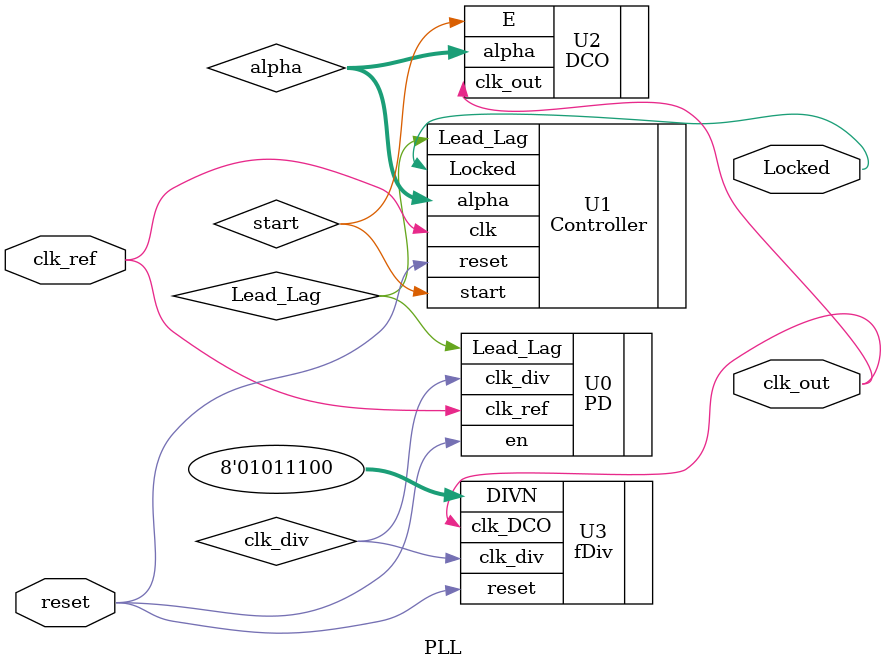
<source format=v>
`timescale 1ns / 10ps
module PLL
(
	input clk_ref,
	input reset,
	output clk_out,
	output Locked
);
	wire clk_div,Lead_Lag,start;
	wire [2:0]alpha;
	PD U0(.en(reset),.clk_ref(clk_ref),.clk_div(clk_div),.Lead_Lag(Lead_Lag));
	Controller U1(.Lead_Lag(Lead_Lag),.clk(clk_ref),.reset(reset),.Locked(Locked),.alpha(alpha),.start(start));
	DCO U2(.E(start),.alpha(alpha),.clk_out(clk_out));
	fDiv U3(.clk_DCO(clk_out),.reset(reset),.DIVN(8'd92),.clk_div(clk_div));
endmodule
</source>
